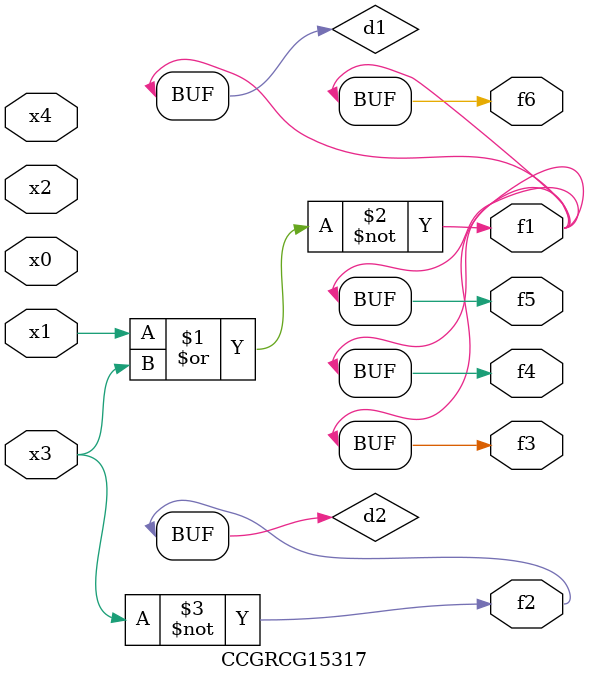
<source format=v>
module CCGRCG15317(
	input x0, x1, x2, x3, x4,
	output f1, f2, f3, f4, f5, f6
);

	wire d1, d2;

	nor (d1, x1, x3);
	not (d2, x3);
	assign f1 = d1;
	assign f2 = d2;
	assign f3 = d1;
	assign f4 = d1;
	assign f5 = d1;
	assign f6 = d1;
endmodule

</source>
